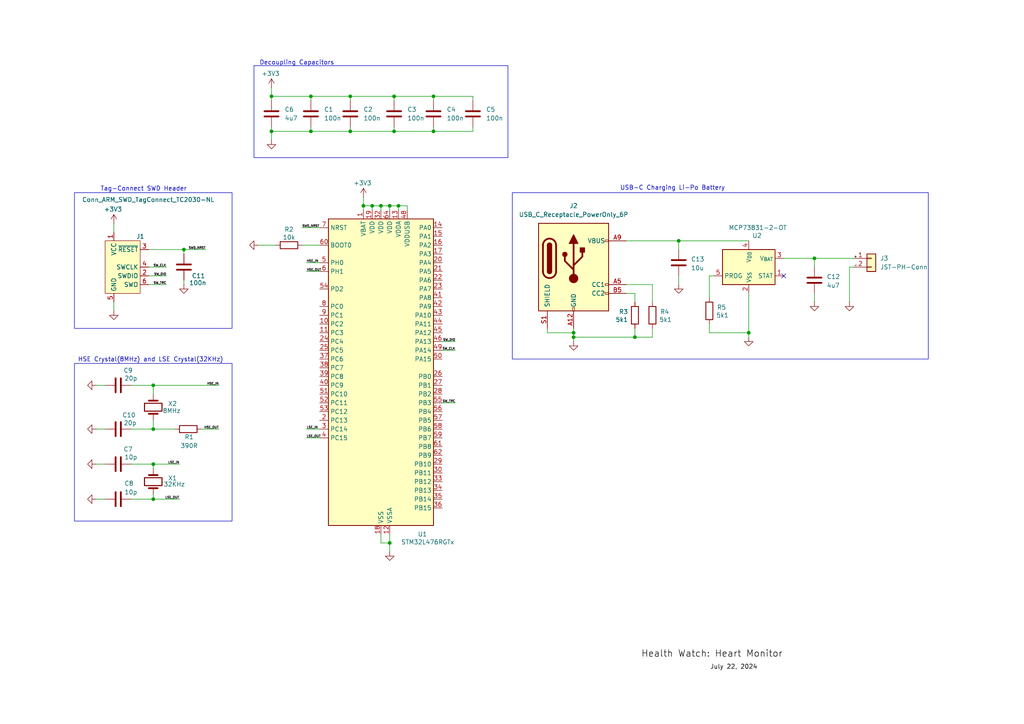
<source format=kicad_sch>
(kicad_sch (version 20231120) (generator "eeschema") (generator_version "8.0")
  (paper "A4")
  (lib_symbols
    (symbol "Battery_Management:MCP73831-2-OT"
      (property "Reference" "U" (at -7.62 6.35 0))
      (property "Value" "MCP73831-2-OT" (at 1.27 6.35 0))
      (symbol "MCP73831-2-OT_0_1"
        (rectangle (start -7.62 5.08) (end 7.62 -5.08) (stroke (width 0.254)) (fill (type background)))
      )
      (symbol "MCP73831-2-OT_1_1"
        (pin tri_state line (at 10.16 -2.54 180) (length 2.54) (name "STAT") (number "1"))
        (pin power_in line (at 0 -7.62 90) (length 2.54) (name "V_{SS}") (number "2"))
        (pin power_out line (at 10.16 2.54 180) (length 2.54) (name "V_{BAT}") (number "3"))
        (pin power_in line (at 0 7.62 270) (length 2.54) (name "V_{DD}") (number "4"))
        (pin input line (at -10.16 -2.54 0) (length 2.54) (name "PROG") (number "5"))
      )
    )
    (symbol "Connector:Conn_ARM_SWD_TagConnect_TC2030-NL" (in_bom no)
      (property "Reference" "J" (at 2.54 11.43 0))
      (property "Value" "Conn_ARM_SWD_TagConnect_TC2030-NL" (at 2.54 8.89 0))
      (symbol "Conn_ARM_SWD_TagConnect_TC2030-NL_0_0"
        (pin power_in line (at -2.54 10.16 270) (length 2.54) (name "VCC") (number "1"))
        (pin bidirectional line (at 7.62 -2.54 180) (length 2.54) (name "SWDIO") (number "2"))
        (pin open_collector line (at 7.62 5.08 180) (length 2.54) (name "~{RESET}") (number "3"))
        (pin output line (at 7.62 0 180) (length 2.54) (name "SWCLK") (number "4"))
        (pin power_in line (at -2.54 -10.16 90) (length 2.54) (name "GND") (number "5"))
        (pin input line (at 7.62 -5.08 180) (length 2.54) (name "SWO") (number "6"))
      )
      (symbol "Conn_ARM_SWD_TagConnect_TC2030-NL_0_1"
        (rectangle (start -5.08 7.62) (end 5.08 -7.62) (fill (type background)))
      )
    )
    (symbol "Connector:USB_C_Receptacle_PowerOnly_6P" (pin_names (offset 1.016))
      (property "Reference" "J" (at 0 16.51 0))
      (property "Value" "USB_C_Receptacle_PowerOnly_6P" (at 0 13.97 0))
      (symbol "USB_C_Receptacle_PowerOnly_6P_0_0"
        (rectangle (start -0.254 -12.7) (end 0.254 -11.684))
        (rectangle (start 10.16 -7.366) (end 9.144 -7.874))
        (rectangle (start 10.16 -4.826) (end 9.144 -5.334))
        (rectangle (start 10.16 7.874) (end 9.144 7.366))
      )
      (symbol "USB_C_Receptacle_PowerOnly_6P_0_1"
        (rectangle (start -10.16 12.7) (end 10.16 -12.7) (stroke (width 0.254)) (fill (type background)))
        (arc (start -8.89 -1.27) (mid -6.985 -3.1667) (end -5.08 -1.27) (stroke (width 0.508)))
        (arc (start -7.62 -1.27) (mid -6.985 -1.9023) (end -6.35 -1.27) (stroke (width 0.254)))
        (arc (start -7.62 -1.27) (mid -6.985 -1.9023) (end -6.35 -1.27) (stroke (width 0.254)) (fill (type outline)))
        (rectangle (start -7.62 -1.27) (end -6.35 6.35) (stroke (width 0.254)) (fill (type outline)))
        (arc (start -6.35 6.35) (mid -6.985 6.9823) (end -7.62 6.35) (stroke (width 0.254)))
        (arc (start -6.35 6.35) (mid -6.985 6.9823) (end -7.62 6.35) (stroke (width 0.254)) (fill (type outline)))
        (arc (start -5.08 6.35) (mid -6.985 8.2467) (end -8.89 6.35) (stroke (width 0.508)))
        (circle (center -2.54 3.683) (radius 0.635) (stroke (width 0.254)) (fill (type outline)))
        (circle (center 0 -3.302) (radius 1.27) (fill (type outline)))
        (polyline (pts (xy -8.89 -1.27) (xy -8.89 6.35)) (stroke (width 0.508)))
        (polyline (pts (xy -5.08 6.35) (xy -5.08 -1.27)) (stroke (width 0.508)))
        (polyline (pts (xy 0 -3.302) (xy 0 6.858)) (stroke (width 0.508)))
        (polyline (pts (xy 0 -0.762) (xy -2.54 1.778) (xy -2.54 3.048)) (stroke (width 0.508)))
        (polyline (pts (xy 0 0.508) (xy 2.54 3.048) (xy 2.54 4.318)) (stroke (width 0.508)))
        (polyline (pts (xy -1.27 6.858) (xy 0 9.398) (xy 1.27 6.858) (xy -1.27 6.858)) (stroke (width 0.254)) (fill (type outline)))
        (rectangle (start 1.905 4.318) (end 3.175 5.588) (stroke (width 0.254)) (fill (type outline)))
      )
      (symbol "USB_C_Receptacle_PowerOnly_6P_1_1"
        (pin passive line (at 0 -17.78 90) (length 5.08) (name "GND") (number "A12"))
        (pin bidirectional line (at 15.24 -5.08 180) (length 5.08) (name "CC1") (number "A5"))
        (pin passive line (at 15.24 7.62 180) (length 5.08) (name "VBUS") (number "A9"))
        (pin passive line (at 0 -17.78 90) (length 5.08) hide (name "GND") (number "B12"))
        (pin bidirectional line (at 15.24 -7.62 180) (length 5.08) (name "CC2") (number "B5"))
        (pin passive line (at 15.24 7.62 180) (length 5.08) hide (name "VBUS") (number "B9"))
        (pin passive line (at -7.62 -17.78 90) (length 5.08) (name "SHIELD") (number "S1"))
      )
    )
    (symbol "Connector_Generic:Conn_01x02" (pin_names (offset 1.016) hide)
      (property "Reference" "J" (at 0 2.54 0))
      (property "Value" "Conn_01x02" (at 0 -5.08 0))
      (symbol "Conn_01x02_1_1"
        (rectangle (start -1.27 -2.413) (end 0 -2.667) (stroke (width 0.1524)))
        (rectangle (start -1.27 0.127) (end 0 -0.127) (stroke (width 0.1524)))
        (rectangle (start -1.27 1.27) (end 1.27 -3.81) (stroke (width 0.254)) (fill (type background)))
        (pin passive line (at -5.08 0 0) (length 3.81) (name "Pin_1") (number "1"))
        (pin passive line (at -5.08 -2.54 0) (length 3.81) (name "Pin_2") (number "2"))
      )
    )
    (symbol "Device:C" (pin_numbers hide) (pin_names (offset 0.254))
      (property "Reference" "C" (at 0.635 2.54 0))
      (property "Value" "C" (at 0.635 -2.54 0))
      (symbol "C_0_1"
        (polyline (pts (xy -2.032 -0.762) (xy 2.032 -0.762)) (stroke (width 0.508)))
        (polyline (pts (xy -2.032 0.762) (xy 2.032 0.762)) (stroke (width 0.508)))
      )
      (symbol "C_1_1"
        (pin passive line (at 0 3.81 270) (length 2.794) (name "~") (number "1"))
        (pin passive line (at 0 -3.81 90) (length 2.794) (name "~") (number "2"))
      )
    )
    (symbol "Device:Crystal" (pin_numbers hide) (pin_names (offset 1.016) hide)
      (property "Reference" "Y" (at 0 3.81 0))
      (property "Value" "Crystal" (at 0 -3.81 0))
      (symbol "Crystal_0_1"
        (rectangle (start -1.143 2.54) (end 1.143 -2.54) (stroke (width 0.3048)))
        (polyline (pts (xy -2.54 0) (xy -1.905 0)))
        (polyline (pts (xy -1.905 -1.27) (xy -1.905 1.27)) (stroke (width 0.508)))
        (polyline (pts (xy 1.905 -1.27) (xy 1.905 1.27)) (stroke (width 0.508)))
        (polyline (pts (xy 2.54 0) (xy 1.905 0)))
      )
      (symbol "Crystal_1_1"
        (pin passive line (at -3.81 0 0) (length 1.27) (name "1") (number "1"))
        (pin passive line (at 3.81 0 180) (length 1.27) (name "2") (number "2"))
      )
    )
    (symbol "Device:R" (pin_numbers hide) (pin_names (offset 0))
      (property "Reference" "R" (at 2.032 0 90))
      (property "Value" "R" (at 0 0 90))
      (symbol "R_0_1"
        (rectangle (start -1.016 -2.54) (end 1.016 2.54) (stroke (width 0.254)))
      )
      (symbol "R_1_1"
        (pin passive line (at 0 3.81 270) (length 1.27) (name "~") (number "1"))
        (pin passive line (at 0 -3.81 90) (length 1.27) (name "~") (number "2"))
      )
    )
    (symbol "MCU_ST_STM32L4:STM32L476RGTx"
      (property "Reference" "U" (at -15.24 46.99 0))
      (property "Value" "STM32L476RGTx" (at 10.16 46.99 0))
      (symbol "STM32L476RGTx_0_1"
        (rectangle (start -15.24 -43.18) (end 15.24 45.72) (stroke (width 0.254)) (fill (type background)))
      )
      (symbol "STM32L476RGTx_1_1"
        (pin power_in line (at -5.08 48.26 270) (length 2.54) (name "VBAT") (number "1"))
        (pin bidirectional line (at -17.78 15.24 0) (length 2.54) (name "PC2") (number "10"))
        (pin bidirectional line (at -17.78 12.7 0) (length 2.54) (name "PC3") (number "11"))
        (pin power_in line (at 2.54 -45.72 90) (length 2.54) (name "VSSA") (number "12"))
        (pin power_in line (at 5.08 48.26 270) (length 2.54) (name "VDDA") (number "13"))
        (pin bidirectional line (at 17.78 43.18 180) (length 2.54) (name "PA0") (number "14"))
        (pin bidirectional line (at 17.78 40.64 180) (length 2.54) (name "PA1") (number "15"))
        (pin bidirectional line (at 17.78 38.1 180) (length 2.54) (name "PA2") (number "16"))
        (pin bidirectional line (at 17.78 35.56 180) (length 2.54) (name "PA3") (number "17"))
        (pin power_in line (at 0 -45.72 90) (length 2.54) (name "VSS") (number "18"))
        (pin power_in line (at -2.54 48.26 270) (length 2.54) (name "VDD") (number "19"))
        (pin bidirectional line (at -17.78 -12.7 0) (length 2.54) (name "PC13") (number "2"))
        (pin bidirectional line (at 17.78 33.02 180) (length 2.54) (name "PA4") (number "20"))
        (pin bidirectional line (at 17.78 30.48 180) (length 2.54) (name "PA5") (number "21"))
        (pin bidirectional line (at 17.78 27.94 180) (length 2.54) (name "PA6") (number "22"))
        (pin bidirectional line (at 17.78 25.4 180) (length 2.54) (name "PA7") (number "23"))
        (pin bidirectional line (at -17.78 10.16 0) (length 2.54) (name "PC4") (number "24"))
        (pin bidirectional line (at -17.78 7.62 0) (length 2.54) (name "PC5") (number "25"))
        (pin bidirectional line (at 17.78 0 180) (length 2.54) (name "PB0") (number "26"))
        (pin bidirectional line (at 17.78 -2.54 180) (length 2.54) (name "PB1") (number "27"))
        (pin bidirectional line (at 17.78 -5.08 180) (length 2.54) (name "PB2") (number "28"))
        (pin bidirectional line (at 17.78 -25.4 180) (length 2.54) (name "PB10") (number "29"))
        (pin bidirectional line (at -17.78 -15.24 0) (length 2.54) (name "PC14") (number "3"))
        (pin bidirectional line (at 17.78 -27.94 180) (length 2.54) (name "PB11") (number "30"))
        (pin passive line (at 0 -45.72 90) (length 2.54) hide (name "VSS") (number "31"))
        (pin power_in line (at 0 48.26 270) (length 2.54) (name "VDD") (number "32"))
        (pin bidirectional line (at 17.78 -30.48 180) (length 2.54) (name "PB12") (number "33"))
        (pin bidirectional line (at 17.78 -33.02 180) (length 2.54) (name "PB13") (number "34"))
        (pin bidirectional line (at 17.78 -35.56 180) (length 2.54) (name "PB14") (number "35"))
        (pin bidirectional line (at 17.78 -38.1 180) (length 2.54) (name "PB15") (number "36"))
        (pin bidirectional line (at -17.78 5.08 0) (length 2.54) (name "PC6") (number "37"))
        (pin bidirectional line (at -17.78 2.54 0) (length 2.54) (name "PC7") (number "38"))
        (pin bidirectional line (at -17.78 0 0) (length 2.54) (name "PC8") (number "39"))
        (pin bidirectional line (at -17.78 -17.78 0) (length 2.54) (name "PC15") (number "4"))
        (pin bidirectional line (at -17.78 -2.54 0) (length 2.54) (name "PC9") (number "40"))
        (pin bidirectional line (at 17.78 22.86 180) (length 2.54) (name "PA8") (number "41"))
        (pin bidirectional line (at 17.78 20.32 180) (length 2.54) (name "PA9") (number "42"))
        (pin bidirectional line (at 17.78 17.78 180) (length 2.54) (name "PA10") (number "43"))
        (pin bidirectional line (at 17.78 15.24 180) (length 2.54) (name "PA11") (number "44"))
        (pin bidirectional line (at 17.78 12.7 180) (length 2.54) (name "PA12") (number "45"))
        (pin bidirectional line (at 17.78 10.16 180) (length 2.54) (name "PA13") (number "46"))
        (pin passive line (at 0 -45.72 90) (length 2.54) hide (name "VSS") (number "47"))
        (pin power_in line (at 7.62 48.26 270) (length 2.54) (name "VDDUSB") (number "48"))
        (pin bidirectional line (at 17.78 7.62 180) (length 2.54) (name "PA14") (number "49"))
        (pin bidirectional line (at -17.78 33.02 0) (length 2.54) (name "PH0") (number "5"))
        (pin bidirectional line (at 17.78 5.08 180) (length 2.54) (name "PA15") (number "50"))
        (pin bidirectional line (at -17.78 -5.08 0) (length 2.54) (name "PC10") (number "51"))
        (pin bidirectional line (at -17.78 -7.62 0) (length 2.54) (name "PC11") (number "52"))
        (pin bidirectional line (at -17.78 -10.16 0) (length 2.54) (name "PC12") (number "53"))
        (pin bidirectional line (at -17.78 25.4 0) (length 2.54) (name "PD2") (number "54"))
        (pin bidirectional line (at 17.78 -7.62 180) (length 2.54) (name "PB3") (number "55"))
        (pin bidirectional line (at 17.78 -10.16 180) (length 2.54) (name "PB4") (number "56"))
        (pin bidirectional line (at 17.78 -12.7 180) (length 2.54) (name "PB5") (number "57"))
        (pin bidirectional line (at 17.78 -15.24 180) (length 2.54) (name "PB6") (number "58"))
        (pin bidirectional line (at 17.78 -17.78 180) (length 2.54) (name "PB7") (number "59"))
        (pin bidirectional line (at -17.78 30.48 0) (length 2.54) (name "PH1") (number "6"))
        (pin input line (at -17.78 38.1 0) (length 2.54) (name "BOOT0") (number "60"))
        (pin bidirectional line (at 17.78 -20.32 180) (length 2.54) (name "PB8") (number "61"))
        (pin bidirectional line (at 17.78 -22.86 180) (length 2.54) (name "PB9") (number "62"))
        (pin passive line (at 0 -45.72 90) (length 2.54) hide (name "VSS") (number "63"))
        (pin power_in line (at 2.54 48.26 270) (length 2.54) (name "VDD") (number "64"))
        (pin input line (at -17.78 43.18 0) (length 2.54) (name "NRST") (number "7"))
        (pin bidirectional line (at -17.78 20.32 0) (length 2.54) (name "PC0") (number "8"))
        (pin bidirectional line (at -17.78 17.78 0) (length 2.54) (name "PC1") (number "9"))
      )
    )
    (symbol "power:+3V3" (power) (pin_numbers hide) (pin_names (offset 0) hide)
      (property "Value" "+3V3" (at 0 3.556 0))
      (symbol "+3V3_0_1"
        (polyline (pts (xy -0.762 1.27) (xy 0 2.54)))
        (polyline (pts (xy 0 0) (xy 0 2.54)))
        (polyline (pts (xy 0 2.54) (xy 0.762 1.27)))
      )
      (symbol "+3V3_1_1"
        (pin power_in line (at 0 0 90) (length 0) (name "~") (number "1"))
      )
    )
    (symbol "power:GND" (power) (pin_numbers hide) (pin_names (offset 0) hide)
      (property "Value" "GND" (at 0 -3.81 0))
      (symbol "GND_0_1"
        (polyline (pts (xy 0 0) (xy 0 -1.27) (xy 1.27 -1.27) (xy 0 -2.54) (xy -1.27 -1.27) (xy 0 -1.27)))
      )
      (symbol "GND_1_1"
        (pin power_in line (at 0 0 270) (length 0) (name "~") (number "1"))
      )
    )
  )
  (junction (at 110.49 59.69))
  (junction (at 90.17 27.94))
  (junction (at 184.15 97.79))
  (junction (at 101.6 38.1))
  (junction (at 125.73 38.1))
  (junction (at 78.74 38.1))
  (junction (at 101.6 27.94))
  (junction (at 53.34 72.39))
  (junction (at 236.22 74.93))
  (junction (at 90.17 38.1))
  (junction (at 105.41 59.69))
  (junction (at 44.45 144.78))
  (junction (at 166.37 97.79))
  (junction (at 44.45 134.62))
  (junction (at 44.45 111.76))
  (junction (at 78.74 27.94))
  (junction (at 115.57 59.69))
  (junction (at 125.73 27.94))
  (junction (at 114.3 38.1))
  (junction (at 166.37 96.52))
  (junction (at 113.03 59.69))
  (junction (at 217.17 96.52))
  (junction (at 114.3 27.94))
  (junction (at 44.45 124.46))
  (junction (at 196.85 69.85))
  (junction (at 107.95 59.69))
  (junction (at 113.03 157.48))
  (no_connect (at 227.33 80.01))
  (wire (pts (xy 189.23 82.55) (xy 189.23 87.63)))
  (wire (pts (xy 113.03 157.48) (xy 113.03 160.02)))
  (wire (pts (xy 189.23 95.25) (xy 189.23 97.79)))
  (wire (pts (xy 44.45 134.62) (xy 38.1 134.62)))
  (wire (pts (xy 207.01 80.01) (xy 205.74 80.01)))
  (wire (pts (xy 125.73 27.94) (xy 114.3 27.94)))
  (wire (pts (xy 115.57 60.96) (xy 115.57 59.69)))
  (wire (pts (xy 205.74 80.01) (xy 205.74 86.36)))
  (wire (pts (xy 88.9 76.2) (xy 92.71 76.2)))
  (wire (pts (xy 246.38 77.47) (xy 247.65 77.47)))
  (wire (pts (xy 114.3 27.94) (xy 114.3 29.21)))
  (wire (pts (xy 53.34 81.28) (xy 53.34 82.55)))
  (wire (pts (xy 113.03 60.96) (xy 113.03 59.69)))
  (wire (pts (xy 137.16 27.94) (xy 125.73 27.94)))
  (wire (pts (xy 196.85 80.01) (xy 196.85 82.55)))
  (wire (pts (xy 113.03 154.94) (xy 113.03 157.48)))
  (wire (pts (xy 107.95 59.69) (xy 105.41 59.69)))
  (wire (pts (xy 58.42 124.46) (xy 63.5 124.46)))
  (wire (pts (xy 78.74 38.1) (xy 78.74 40.64)))
  (wire (pts (xy 30.48 144.78) (xy 27.94 144.78)))
  (wire (pts (xy 101.6 38.1) (xy 90.17 38.1)))
  (wire (pts (xy 101.6 36.83) (xy 101.6 38.1)))
  (wire (pts (xy 184.15 95.25) (xy 184.15 97.79)))
  (wire (pts (xy 205.74 93.98) (xy 205.74 96.52)))
  (wire (pts (xy 125.73 27.94) (xy 125.73 29.21)))
  (wire (pts (xy 166.37 95.25) (xy 166.37 96.52)))
  (wire (pts (xy 30.48 134.62) (xy 27.94 134.62)))
  (wire (pts (xy 236.22 74.93) (xy 236.22 77.47)))
  (wire (pts (xy 53.34 72.39) (xy 59.69 72.39)))
  (wire (pts (xy 110.49 157.48) (xy 113.03 157.48)))
  (wire (pts (xy 88.9 78.74) (xy 92.71 78.74)))
  (wire (pts (xy 101.6 27.94) (xy 90.17 27.94)))
  (wire (pts (xy 236.22 85.09) (xy 236.22 87.63)))
  (wire (pts (xy 78.74 27.94) (xy 78.74 29.21)))
  (wire (pts (xy 128.27 101.6) (xy 132.08 101.6)))
  (wire (pts (xy 44.45 144.78) (xy 38.1 144.78)))
  (wire (pts (xy 217.17 85.09) (xy 217.17 96.52)))
  (wire (pts (xy 110.49 60.96) (xy 110.49 59.69)))
  (wire (pts (xy 110.49 154.94) (xy 110.49 157.48)))
  (wire (pts (xy 53.34 72.39) (xy 53.34 73.66)))
  (wire (pts (xy 166.37 97.79) (xy 166.37 99.06)))
  (wire (pts (xy 78.74 25.4) (xy 78.74 27.94)))
  (wire (pts (xy 43.18 82.55) (xy 48.26 82.55)))
  (wire (pts (xy 90.17 27.94) (xy 90.17 29.21)))
  (wire (pts (xy 43.18 72.39) (xy 53.34 72.39)))
  (wire (pts (xy 38.1 124.46) (xy 44.45 124.46)))
  (wire (pts (xy 44.45 124.46) (xy 50.8 124.46)))
  (wire (pts (xy 196.85 69.85) (xy 196.85 72.39)))
  (wire (pts (xy 196.85 69.85) (xy 217.17 69.85)))
  (wire (pts (xy 137.16 29.21) (xy 137.16 27.94)))
  (wire (pts (xy 128.27 99.06) (xy 132.08 99.06)))
  (wire (pts (xy 44.45 121.92) (xy 44.45 124.46)))
  (wire (pts (xy 44.45 143.51) (xy 44.45 144.78)))
  (wire (pts (xy 181.61 85.09) (xy 184.15 85.09)))
  (wire (pts (xy 181.61 82.55) (xy 189.23 82.55)))
  (wire (pts (xy 125.73 38.1) (xy 114.3 38.1)))
  (wire (pts (xy 184.15 97.79) (xy 166.37 97.79)))
  (wire (pts (xy 33.02 87.63) (xy 33.02 90.17)))
  (wire (pts (xy 128.27 116.84) (xy 132.08 116.84)))
  (wire (pts (xy 43.18 77.47) (xy 48.26 77.47)))
  (wire (pts (xy 137.16 38.1) (xy 125.73 38.1)))
  (wire (pts (xy 88.9 127) (xy 92.71 127)))
  (wire (pts (xy 27.94 111.76) (xy 30.48 111.76)))
  (wire (pts (xy 118.11 60.96) (xy 118.11 59.69)))
  (wire (pts (xy 44.45 135.89) (xy 44.45 134.62)))
  (wire (pts (xy 44.45 144.78) (xy 52.07 144.78)))
  (wire (pts (xy 114.3 27.94) (xy 101.6 27.94)))
  (wire (pts (xy 105.41 57.15) (xy 105.41 59.69)))
  (wire (pts (xy 52.07 134.62) (xy 44.45 134.62)))
  (wire (pts (xy 113.03 59.69) (xy 110.49 59.69)))
  (wire (pts (xy 166.37 96.52) (xy 166.37 97.79)))
  (wire (pts (xy 115.57 59.69) (xy 113.03 59.69)))
  (wire (pts (xy 158.75 96.52) (xy 166.37 96.52)))
  (wire (pts (xy 38.1 111.76) (xy 44.45 111.76)))
  (wire (pts (xy 43.18 80.01) (xy 48.26 80.01)))
  (wire (pts (xy 246.38 77.47) (xy 246.38 87.63)))
  (wire (pts (xy 205.74 96.52) (xy 217.17 96.52)))
  (wire (pts (xy 101.6 27.94) (xy 101.6 29.21)))
  (wire (pts (xy 105.41 59.69) (xy 105.41 60.96)))
  (wire (pts (xy 44.45 114.3) (xy 44.45 111.76)))
  (wire (pts (xy 114.3 38.1) (xy 101.6 38.1)))
  (wire (pts (xy 158.75 95.25) (xy 158.75 96.52)))
  (wire (pts (xy 74.93 71.12) (xy 80.01 71.12)))
  (wire (pts (xy 33.02 64.77) (xy 33.02 67.31)))
  (wire (pts (xy 44.45 111.76) (xy 63.5 111.76)))
  (wire (pts (xy 87.63 71.12) (xy 92.71 71.12)))
  (wire (pts (xy 189.23 97.79) (xy 184.15 97.79)))
  (wire (pts (xy 217.17 96.52) (xy 217.17 97.79)))
  (wire (pts (xy 184.15 85.09) (xy 184.15 87.63)))
  (wire (pts (xy 137.16 36.83) (xy 137.16 38.1)))
  (wire (pts (xy 90.17 36.83) (xy 90.17 38.1)))
  (wire (pts (xy 227.33 74.93) (xy 236.22 74.93)))
  (wire (pts (xy 27.94 124.46) (xy 30.48 124.46)))
  (wire (pts (xy 118.11 59.69) (xy 115.57 59.69)))
  (wire (pts (xy 236.22 74.93) (xy 247.65 74.93)))
  (wire (pts (xy 90.17 38.1) (xy 78.74 38.1)))
  (wire (pts (xy 87.63 66.04) (xy 92.71 66.04)))
  (wire (pts (xy 88.9 124.46) (xy 92.71 124.46)))
  (wire (pts (xy 181.61 69.85) (xy 196.85 69.85)))
  (wire (pts (xy 107.95 60.96) (xy 107.95 59.69)))
  (wire (pts (xy 114.3 36.83) (xy 114.3 38.1)))
  (wire (pts (xy 125.73 36.83) (xy 125.73 38.1)))
  (wire (pts (xy 90.17 27.94) (xy 78.74 27.94)))
  (wire (pts (xy 110.49 59.69) (xy 107.95 59.69)))
  (wire (pts (xy 78.74 38.1) (xy 78.74 36.83)))
  (rectangle (start 73.66 19.05) (end 147.32 45.72))
  (rectangle (start 148.59 55.88) (end 269.24 104.14))
  (rectangle (start 21.59 55.88) (end 67.31 95.25))
  (rectangle (start 21.59 105.41) (end 67.31 151.13))
  (text "Decoupling Capacitors\n" (at 86.106 18.288 0) (effects (font (size 1.27 1.27))))
  (text "Health Watch: Heart Monitor" (at 206.502 189.738 0) (effects (font (size 1.905 1.905))))
  (text "Tag-Connect SWD Header" (at 41.656 54.864 0) (effects (font (size 1.27 1.27))))
  (text "USB-C Charging Li-Po Battery\n" (at 195.072 54.61 0) (effects (font (size 1.27 1.27))))
  (text "HSE Crystal(8MHz) and LSE Crystal(32KHz)" (at 43.688 104.394 0) (effects (font (size 1.27 1.27))))
  (text "July 22, 2024" (at 212.852 193.548 0) (effects (font (size 1.27 1.27))))
  (label "HSE_OUT" (at 63.5 124.46 180) (effects (font (size 0.635 0.635))))
  (label "HSE_OUT" (at 88.9 78.74 0) (effects (font (size 0.635 0.635))))
  (label "LSE_OUT" (at 52.07 144.78 180) (effects (font (size 0.635 0.635))))
  (label "LSE_IN" (at 88.9 124.46 0) (effects (font (size 0.635 0.635))))
  (label "SWD_NRST" (at 87.63 66.04 0) (effects (font (size 0.635 0.635))))
  (label "SW_DIO" (at 132.08 99.06 180) (effects (font (size 0.635 0.635))))
  (label "-" (at 247.65 77.47 0) (effects (font (size 0.635 0.635))))
  (label "HSE_IN" (at 88.9 76.2 0) (effects (font (size 0.635 0.635))))
  (label "SW_CLK" (at 132.08 101.6 180) (effects (font (size 0.635 0.635))))
  (label "+" (at 247.65 74.93 0) (effects (font (size 0.635 0.635))))
  (label "LSE_IN" (at 52.07 134.62 180) (effects (font (size 0.635 0.635))))
  (label "SW_CLK" (at 48.26 77.47 180) (effects (font (size 0.635 0.635))))
  (label "LSE_OUT" (at 88.9 127 0) (effects (font (size 0.635 0.635))))
  (label "SW_DIO" (at 48.26 80.01 180) (effects (font (size 0.635 0.635))))
  (label "SWD_NRST" (at 59.69 72.39 180) (effects (font (size 0.635 0.635))))
  (label "HSE_IN" (at 63.5 111.76 180) (effects (font (size 0.635 0.635))))
  (label "SW_TRC" (at 132.08 116.84 180) (effects (font (size 0.635 0.635))))
  (label "SW_TRC" (at 48.26 82.55 180) (effects (font (size 0.635 0.635))))
  (symbol (lib_id "power:GND") (at 74.93 71.12 270) (unit 1)
    (property "Reference" "#PWR09" (effects (hide yes)))
    (property "Value" "GND" (effects (hide yes)))
    (property "Description" "Power symbol creates a global label with name \"GND\" , ground" (effects (hide yes)))
  )
  (symbol (lib_id "Device:C") (at 34.29 134.62 270) (unit 1)
    (property "Reference" "C7" (at 35.814 130.302 90) (effects (justify left)))
    (property "Value" "10p" (at 36.068 132.588 90) (effects (justify left)))
    (property "Description" "Unpolarized capacitor" (effects (hide yes)))
  )
  (symbol (lib_id "Connector_Generic:Conn_01x02") (at 252.73 74.93 0) (unit 1)
    (property "Reference" "J3" (at 255.27 74.9299 0) (effects (justify left)))
    (property "Value" "JST-PH-Conn" (at 255.27 77.4699 0) (effects (justify left)))
    (property "Footprint" "Connector_JST:JST_PH_S2B-PH-SM4-TB_1x02-1MP_P2.00mm_Horizontal" (effects (hide yes)))
    (property "Description" "Generic connector, single row, 01x02, script generated (kicad-library-utils/schlib/autogen/connector/)" (effects (hide yes)))
  )
  (symbol (lib_id "power:GND") (at 113.03 160.02 0) (unit 1)
    (property "Reference" "#PWR01" (effects (hide yes)))
    (property "Value" "GND" (effects (hide yes)))
    (property "Description" "Power symbol creates a global label with name \"GND\" , ground" (effects (hide yes)))
  )
  (symbol (lib_id "Device:R") (at 54.61 124.46 90) (unit 1)
    (property "Reference" "R1" (at 54.864 126.746 90))
    (property "Value" "390R" (at 54.864 129.286 90))
    (property "Description" "Resistor" (effects (hide yes)))
  )
  (symbol (lib_id "Device:R") (at 189.23 91.44 180) (unit 1)
    (property "Reference" "R4" (at 192.786 90.424 0))
    (property "Value" "5k1" (at 193.04 92.71 0))
    (property "Description" "Resistor" (effects (hide yes)))
  )
  (symbol (lib_id "Device:Crystal") (at 44.45 139.7 270) (unit 1)
    (property "Reference" "X1" (at 50.038 138.684 90))
    (property "Value" "32KHz" (at 50.546 140.462 90))
    (property "Description" "Two pin crystal" (effects (hide yes)))
  )
  (symbol (lib_id "Device:C") (at 34.29 144.78 270) (unit 1)
    (property "Reference" "C8" (at 36.068 140.208 90) (effects (justify left)))
    (property "Value" "10p" (at 36.068 142.748 90) (effects (justify left)))
    (property "Description" "Unpolarized capacitor" (effects (hide yes)))
  )
  (symbol (lib_id "power:+3V3") (at 33.02 64.77 0) (unit 1)
    (property "Reference" "#PWR011" (effects (hide yes)))
    (property "Value" "+3V3" (at 32.766 60.706 0))
    (property "Description" "Power symbol creates a global label with name \"+3V3\"" (effects (hide yes)))
  )
  (symbol (lib_id "MCU_ST_STM32L4:STM32L476RGTx") (at 110.49 109.22 0) (unit 1)
    (property "Reference" "U1" (at 121.158 154.94 0) (effects (justify left)))
    (property "Value" "STM32L476RGTx" (at 116.332 157.226 0) (effects (justify left)))
    (property "Footprint" "Package_QFP:LQFP-64_10x10mm_P0.5mm" (effects (hide yes)))
    (property "Datasheet" "https://www.st.com/resource/en/datasheet/stm32l476rg.pdf" (effects (hide yes)))
    (property "Description" "STMicroelectronics Arm Cortex-M4 MCU, 1024KB flash, 128KB RAM, 80 MHz, 1.71-3.6V, 51 GPIO, LQFP64" (effects (hide yes)))
  )
  (symbol (lib_id "Device:C") (at 137.16 33.02 0) (unit 1)
    (property "Reference" "C5" (at 140.97 31.7499 0) (effects (justify left)))
    (property "Value" "100n" (at 140.97 34.2899 0) (effects (justify left)))
    (property "Description" "Unpolarized capacitor" (effects (hide yes)))
  )
  (symbol (lib_id "power:GND") (at 196.85 82.55 0) (unit 1)
    (property "Reference" "#PWR017" (effects (hide yes)))
    (property "Value" "GND" (effects (hide yes)))
    (property "Description" "Power symbol creates a global label with name \"GND\" , ground" (effects (hide yes)))
  )
  (symbol (lib_id "Device:R") (at 205.74 90.17 180) (unit 1)
    (property "Reference" "R5" (at 209.296 89.154 0))
    (property "Value" "5k1" (at 209.55 91.44 0))
    (property "Description" "Resistor" (effects (hide yes)))
  )
  (symbol (lib_id "Device:C") (at 196.85 76.2 0) (unit 1)
    (property "Reference" "C13" (at 200.406 75.184 0) (effects (justify left)))
    (property "Value" "10u" (at 200.406 77.724 0) (effects (justify left)))
    (property "Description" "Unpolarized capacitor" (effects (hide yes)))
  )
  (symbol (lib_id "Device:C") (at 114.3 33.02 0) (unit 1)
    (property "Reference" "C3" (at 118.11 31.7499 0) (effects (justify left)))
    (property "Value" "100n" (at 118.11 34.2899 0) (effects (justify left)))
    (property "Description" "Unpolarized capacitor" (effects (hide yes)))
  )
  (symbol (lib_id "Device:C") (at 125.73 33.02 0) (unit 1)
    (property "Reference" "C4" (at 129.54 31.7499 0) (effects (justify left)))
    (property "Value" "100n" (at 129.54 34.2899 0) (effects (justify left)))
    (property "Description" "Unpolarized capacitor" (effects (hide yes)))
  )
  (symbol (lib_id "Connector:Conn_ARM_SWD_TagConnect_TC2030-NL") (at 35.56 77.47 0) (unit 1) (in_bom no)
    (property "Reference" "J1" (at 41.91 68.58 0) (effects (justify right)))
    (property "Value" "Conn_ARM_SWD_TagConnect_TC2030-NL" (at 62.23 57.912 0) (effects (justify right)))
    (property "Footprint" "Connector:Tag-Connect_TC2030-IDC-NL_2x03_P1.27mm_Vertical" (effects (hide yes)))
    (property "Datasheet" "https://www.tag-connect.com/wp-content/uploads/bsk-pdf-manager/TC2030-CTX_1.pdf" (effects (hide yes)))
    (property "Description" "Tag-Connect ARM Cortex SWD JTAG connector, 6 pin, no legs" (effects (hide yes)))
  )
  (symbol (lib_id "Device:C") (at 34.29 111.76 270) (unit 1)
    (property "Reference" "C9" (at 35.814 107.442 90) (effects (justify left)))
    (property "Value" "20p" (at 36.068 109.728 90) (effects (justify left)))
    (property "Description" "Unpolarized capacitor" (effects (hide yes)))
  )
  (symbol (lib_id "Device:R") (at 184.15 91.44 180) (unit 1)
    (property "Reference" "R3" (at 180.848 90.424 0))
    (property "Value" "5k1" (at 180.34 92.71 0))
    (property "Description" "Resistor" (effects (hide yes)))
  )
  (symbol (lib_id "Device:C") (at 34.29 124.46 90) (unit 1)
    (property "Reference" "C10" (at 39.37 120.396 90) (effects (justify left)))
    (property "Value" "20p" (at 39.624 122.682 90) (effects (justify left)))
    (property "Description" "Unpolarized capacitor" (effects (hide yes)))
  )
  (symbol (lib_id "Device:C") (at 78.74 33.02 0) (unit 1)
    (property "Reference" "C6" (at 82.55 31.7499 0) (effects (justify left)))
    (property "Value" "4u7" (at 82.55 34.2899 0) (effects (justify left)))
    (property "Description" "Unpolarized capacitor" (effects (hide yes)))
  )
  (symbol (lib_id "power:GND") (at 217.17 97.79 0) (unit 1)
    (property "Reference" "#PWR014" (effects (hide yes)))
    (property "Value" "GND" (effects (hide yes)))
    (property "Description" "Power symbol creates a global label with name \"GND\" , ground" (effects (hide yes)))
  )
  (symbol (lib_id "Device:Crystal") (at 44.45 118.11 270) (unit 1)
    (property "Reference" "X2" (at 50.038 117.094 90))
    (property "Value" "8MHz" (at 49.784 119.126 90))
    (property "Description" "Two pin crystal" (effects (hide yes)))
  )
  (symbol (lib_id "Device:C") (at 236.22 81.28 0) (unit 1)
    (property "Reference" "C12" (at 239.776 80.264 0) (effects (justify left)))
    (property "Value" "4u7" (at 239.776 82.804 0) (effects (justify left)))
    (property "Description" "Unpolarized capacitor" (effects (hide yes)))
  )
  (symbol (lib_id "power:GND") (at 78.74 40.64 0) (unit 1)
    (property "Reference" "#PWR04" (effects (hide yes)))
    (property "Value" "GND" (effects (hide yes)))
    (property "Description" "Power symbol creates a global label with name \"GND\" , ground" (effects (hide yes)))
  )
  (symbol (lib_id "power:GND") (at 27.94 111.76 270) (unit 1)
    (property "Reference" "#PWR08" (effects (hide yes)))
    (property "Value" "GND" (effects (hide yes)))
    (property "Description" "Power symbol creates a global label with name \"GND\" , ground" (effects (hide yes)))
  )
  (symbol (lib_id "power:GND") (at 27.94 134.62 270) (unit 1)
    (property "Reference" "#PWR06" (effects (hide yes)))
    (property "Value" "GND" (effects (hide yes)))
    (property "Description" "Power symbol creates a global label with name \"GND\" , ground" (effects (hide yes)))
  )
  (symbol (lib_id "Connector:USB_C_Receptacle_PowerOnly_6P") (at 166.37 77.47 0) (unit 1)
    (property "Reference" "J2" (at 166.37 59.69 0))
    (property "Value" "USB_C_Receptacle_PowerOnly_6P" (at 166.37 62.23 0))
    (property "Datasheet" "https://www.usb.org/sites/default/files/documents/usb_type-c.zip" (effects (hide yes)))
    (property "Description" "USB Power-Only 6P Type-C Receptacle connector" (effects (hide yes)))
  )
  (symbol (lib_id "power:GND") (at 27.94 144.78 270) (unit 1)
    (property "Reference" "#PWR05" (effects (hide yes)))
    (property "Value" "GND" (effects (hide yes)))
    (property "Description" "Power symbol creates a global label with name \"GND\" , ground" (effects (hide yes)))
  )
  (symbol (lib_id "Device:C") (at 101.6 33.02 0) (unit 1)
    (property "Reference" "C2" (at 105.41 31.7499 0) (effects (justify left)))
    (property "Value" "100n" (at 105.41 34.2899 0) (effects (justify left)))
    (property "Description" "Unpolarized capacitor" (effects (hide yes)))
  )
  (symbol (lib_id "Device:C") (at 90.17 33.02 0) (unit 1)
    (property "Reference" "C1" (at 93.98 31.7499 0) (effects (justify left)))
    (property "Value" "100n" (at 93.98 34.2899 0) (effects (justify left)))
    (property "Description" "Unpolarized capacitor" (effects (hide yes)))
  )
  (symbol (lib_id "Device:C") (at 53.34 77.47 0) (unit 1)
    (property "Reference" "C11" (at 55.626 80.01 0) (effects (justify left)))
    (property "Value" "100n" (at 54.864 82.042 0) (effects (justify left)))
    (property "Description" "Unpolarized capacitor" (effects (hide yes)))
  )
  (symbol (lib_id "Battery_Management:MCP73831-2-OT") (at 217.17 77.47 0) (unit 1)
    (property "Reference" "U2" (at 218.186 68.326 0) (effects (justify left)))
    (property "Value" "MCP73831-2-OT" (at 211.328 66.04 0) (effects (justify left)))
    (property "Footprint" "Package_TO_SOT_SMD:SOT-23-5" (effects (hide yes)))
    (property "Datasheet" "http://ww1.microchip.com/downloads/en/DeviceDoc/20001984g.pdf" (effects (hide yes)))
    (property "Description" "Single cell, Li-Ion/Li-Po charge management controller, 4.20V, Tri-State Status Output, in SOT23-5 package" (effects (hide yes)))
  )
  (symbol (lib_id "power:GND") (at 166.37 99.06 0) (unit 1)
    (property "Reference" "#PWR013" (effects (hide yes)))
    (property "Value" "GND" (effects (hide yes)))
    (property "Description" "Power symbol creates a global label with name \"GND\" , ground" (effects (hide yes)))
  )
  (symbol (lib_id "power:GND") (at 27.94 124.46 270) (unit 1)
    (property "Reference" "#PWR07" (effects (hide yes)))
    (property "Value" "GND" (effects (hide yes)))
    (property "Description" "Power symbol creates a global label with name \"GND\" , ground" (effects (hide yes)))
  )
  (symbol (lib_id "power:+3V3") (at 78.74 25.4 0) (unit 1)
    (property "Reference" "#PWR03" (effects (hide yes)))
    (property "Value" "+3V3" (at 78.486 21.336 0))
    (property "Description" "Power symbol creates a global label with name \"+3V3\"" (effects (hide yes)))
  )
  (symbol (lib_id "power:GND") (at 236.22 87.63 0) (unit 1)
    (property "Reference" "#PWR015" (effects (hide yes)))
    (property "Value" "GND" (effects (hide yes)))
    (property "Description" "Power symbol creates a global label with name \"GND\" , ground" (effects (hide yes)))
  )
  (symbol (lib_id "power:+3V3") (at 105.41 57.15 0) (unit 1)
    (property "Reference" "#PWR02" (effects (hide yes)))
    (property "Value" "+3V3" (at 105.156 53.086 0))
    (property "Description" "Power symbol creates a global label with name \"+3V3\"" (effects (hide yes)))
  )
  (symbol (lib_id "power:GND") (at 246.38 87.63 0) (unit 1)
    (property "Reference" "#PWR016" (effects (hide yes)))
    (property "Value" "GND" (effects (hide yes)))
    (property "Description" "Power symbol creates a global label with name \"GND\" , ground" (effects (hide yes)))
  )
  (symbol (lib_id "power:GND") (at 33.02 90.17 0) (unit 1)
    (property "Reference" "#PWR010" (effects (hide yes)))
    (property "Value" "GND" (effects (hide yes)))
    (property "Description" "Power symbol creates a global label with name \"GND\" , ground" (effects (hide yes)))
  )
  (symbol (lib_id "power:GND") (at 53.34 82.55 0) (unit 1)
    (property "Reference" "#PWR012" (effects (hide yes)))
    (property "Value" "GND" (effects (hide yes)))
    (property "Description" "Power symbol creates a global label with name \"GND\" , ground" (effects (hide yes)))
  )
  (symbol (lib_id "Device:R") (at 83.82 71.12 90) (unit 1)
    (property "Reference" "R2" (at 83.82 66.548 90))
    (property "Value" "10k" (at 83.82 68.834 90))
    (property "Description" "Resistor" (effects (hide yes)))
  )
)
</source>
